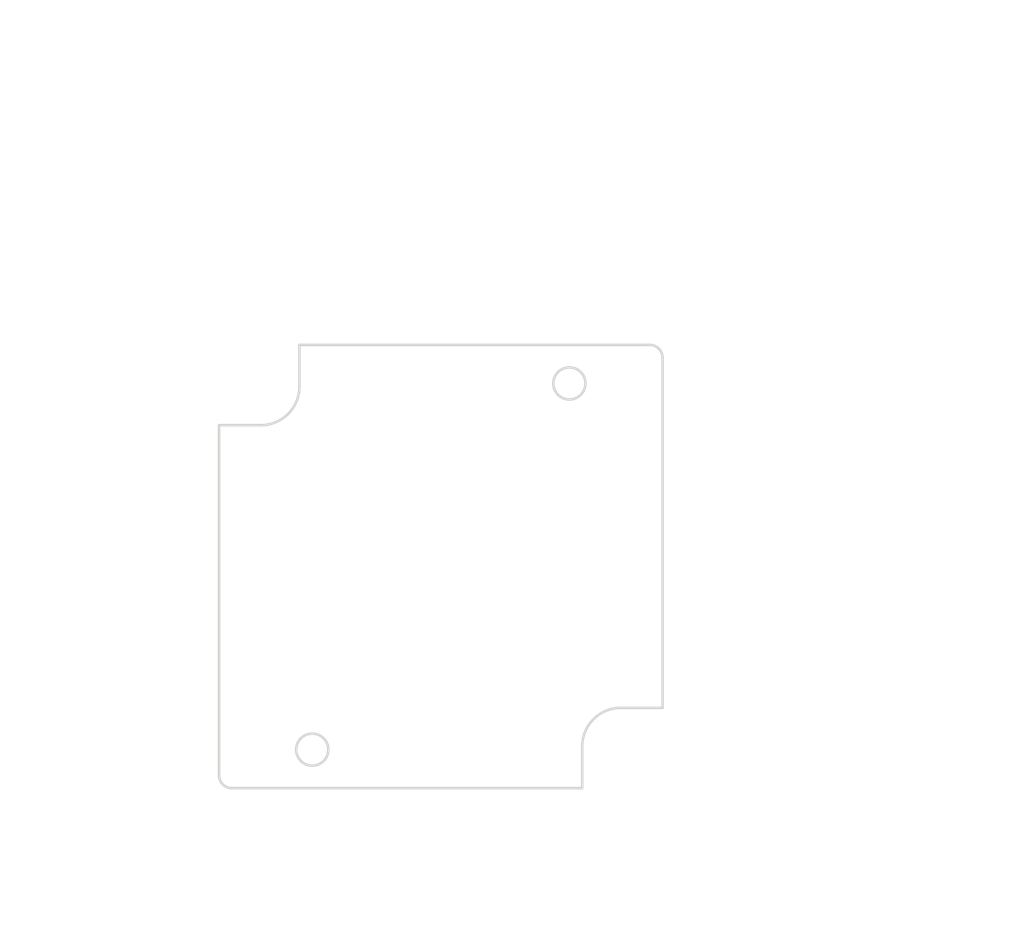
<source format=kicad_pcb>
(kicad_pcb (version 20221018) (generator pcbnew)

  (general
    (thickness 1.6)
  )

  (paper "A4")
  (layers
    (0 "F.Cu" signal)
    (31 "B.Cu" signal)
    (32 "B.Adhes" user "B.Adhesive")
    (33 "F.Adhes" user "F.Adhesive")
    (34 "B.Paste" user)
    (35 "F.Paste" user)
    (36 "B.SilkS" user "B.Silkscreen")
    (37 "F.SilkS" user "F.Silkscreen")
    (38 "B.Mask" user)
    (39 "F.Mask" user)
    (40 "Dwgs.User" user "User.Drawings")
    (41 "Cmts.User" user "User.Comments")
    (42 "Eco1.User" user "User.Eco1")
    (43 "Eco2.User" user "User.Eco2")
    (44 "Edge.Cuts" user)
    (45 "Margin" user)
    (46 "B.CrtYd" user "B.Courtyard")
    (47 "F.CrtYd" user "F.Courtyard")
    (48 "B.Fab" user)
    (49 "F.Fab" user)
  )

  (setup
    (pad_to_mask_clearance 0.051)
    (solder_mask_min_width 0.25)
    (pcbplotparams
      (layerselection 0x00010fc_ffffffff)
      (plot_on_all_layers_selection 0x0000000_00000000)
      (disableapertmacros false)
      (usegerberextensions false)
      (usegerberattributes false)
      (usegerberadvancedattributes false)
      (creategerberjobfile false)
      (dashed_line_dash_ratio 12.000000)
      (dashed_line_gap_ratio 3.000000)
      (svgprecision 4)
      (plotframeref false)
      (viasonmask false)
      (mode 1)
      (useauxorigin false)
      (hpglpennumber 1)
      (hpglpenspeed 20)
      (hpglpendiameter 15.000000)
      (dxfpolygonmode true)
      (dxfimperialunits true)
      (dxfusepcbnewfont true)
      (psnegative false)
      (psa4output false)
      (plotreference true)
      (plotvalue true)
      (plotinvisibletext false)
      (sketchpadsonfab false)
      (subtractmaskfromsilk false)
      (outputformat 1)
      (mirror false)
      (drillshape 1)
      (scaleselection 1)
      (outputdirectory "")
    )
  )

  (net 0 "")

  (gr_line (start 180.178546 111.400606) (end 180.178546 100.083041)
    (stroke (width 0.2) (type solid)) (layer "Dwgs.User") (tstamp 0afe28f5-4476-4d66-8f73-ba381dd69ffb))
  (gr_line (start 155.426012 128.376566) (end 148.041088 128.376566)
    (stroke (width 0.2) (type solid)) (layer "Dwgs.User") (tstamp 11f546d9-6487-40d9-8424-25d30093e794))
  (gr_line (start 164.676012 85.150606) (end 191.947876 85.150606)
    (stroke (width 0.2) (type solid)) (layer "Dwgs.User") (tstamp 266643b6-f171-45e1-8683-e7974505c8d2))
  (gr_line (start 162.676012 69.150606) (end 159.6049 69.150606)
    (stroke (width 0.2) (type solid)) (layer "Dwgs.User") (tstamp 28b314e6-3deb-4401-821a-f36620117245))
  (gr_line (start 130.176012 90.400606) (end 130.176012 58.407972)
    (stroke (width 0.2) (type solid)) (layer "Dwgs.User") (tstamp 2a1fea32-151a-4c03-b957-2258d233aaf9))
  (gr_line (start 157.426012 80.538986) (end 155.426012 80.538986)
    (stroke (width 0.2) (type solid)) (layer "Dwgs.User") (tstamp 2a2dd181-9aec-44f4-9b42-ed2451024afb))
  (gr_line (start 188.772876 87.150606) (end 188.772876 99.459651)
    (stroke (width 0.2) (type solid)) (layer "Dwgs.User") (tstamp 33652298-b4aa-448f-a1b7-3d8adf37115b))
  (gr_line (start 117.163471 90.150606) (end 117.163471 96.343171)
    (stroke (width 0.2) (type solid)) (layer "Dwgs.User") (tstamp 3d9c3a0d-8c9d-4667-a08d-26e079d114f2))
  (gr_line (start 139.074396 92.535308) (end 137.460572 91.353964)
    (stroke (width 0.2) (type solid)) (layer "Dwgs.User") (tstamp 3e8d2666-c9f8-45d2-9639-0c6ded56e37e))
  (gr_line (start 157.426012 87.150606) (end 157.426012 77.363986)
    (stroke (width 0.2) (type solid)) (layer "Dwgs.User") (tstamp 586254fb-3d8f-427d-b786-0ab4d689b16c))
  (gr_line (start 136.426012 84.150606) (end 136.426012 65.975606)
    (stroke (width 0.2) (type solid)) (layer "Dwgs.User") (tstamp 58f341e3-f3e9-4a9a-8892-51491406ba78))
  (gr_line (start 157.426012 89.150606) (end 157.426012 131.551566)
    (stroke (width 0.2) (type solid)) (layer "Dwgs.User") (tstamp 5c308aed-3525-4803-8a59-fc571c190b8a))
  (gr_line (start 164.676012 85.150606) (end 167.773935 85.150606)
    (stroke (width 0.2) (type solid)) (layer "Dwgs.User") (tstamp 60c53292-1df7-4549-8f2b-8c84576ca3a1))
  (gr_line (start 132.176012 61.582972) (end 145.698008 61.582972)
    (stroke (width 0.2) (type solid)) (layer "Dwgs.User") (tstamp 6223cf06-093b-4e26-9411-d32c9030daec))
  (gr_line (start 162.676012 61.582972) (end 153.787231 61.582972)
    (stroke (width 0.2) (type solid)) (layer "Dwgs.User") (tstamp 6acea9d5-d6bc-43b7-9435-6be65f0d75a2))
  (gr_line (start 164.676012 85.150606) (end 164.676012 65.975606)
    (stroke (width 0.2) (type solid)) (layer "Dwgs.User") (tstamp 6b51dacc-d7ac-4d09-8b79-666426446ccc))
  (gr_line (start 165.676012 113.400606) (end 183.353546 113.400606)
    (stroke (width 0.2) (type solid)) (layer "Dwgs.User") (tstamp 7297b3fb-232c-496a-ba33-170382dd4885))
  (gr_line (start 136.426012 116.650606) (end 113.988471 116.650606)
    (stroke (width 0.2) (type solid)) (layer "Dwgs.User") (tstamp 758e8346-1d34-4c27-a977-2617e5bb7b11))
  (gr_line (start 164.676012 85.150606) (end 164.676012 77.363986)
    (stroke (width 0.2) (type solid)) (layer "Dwgs.User") (tstamp 7707414d-c475-4b24-bfd1-066fda873d44))
  (gr_line (start 162.676012 80.538986) (end 159.426012 80.538986)
    (stroke (width 0.2) (type solid)) (layer "Dwgs.User") (tstamp 88e8f971-2b2b-4ab0-89e9-d9ddf72cd284))
  (gr_line (start 139.426012 128.376566) (end 139.951866 128.376566)
    (stroke (width 0.2) (type solid)) (layer "Dwgs.User") (tstamp 8fe4dcb6-5f88-435f-80e3-1d966259f577))
  (gr_line (start 123.879669 123.719473) (end 125.879669 123.719473)
    (stroke (width 0.2) (type solid)) (layer "Dwgs.User") (tstamp 9be35e53-cc2a-410f-baf9-79c6d19925f7))
  (gr_line (start 138.426012 69.150606) (end 151.497124 69.150606)
    (stroke (width 0.2) (type solid)) (layer "Dwgs.User") (tstamp ac3b30d2-ac0a-446a-a45a-ff61fe6d9650))
  (gr_line (start 158.426012 88.150606) (end 167.773935 88.150606)
    (stroke (width 0.2) (type solid)) (layer "Dwgs.User") (tstamp afd6b149-39cb-4a19-9706-eced4227515a))
  (gr_line (start 159.426012 119.650606) (end 191.947876 119.650606)
    (stroke (width 0.2) (type solid)) (layer "Dwgs.User") (tstamp b0585791-6112-4e63-95a2-8d3fe9c2152b))
  (gr_line (start 188.772876 117.650606) (end 188.772876 106.575682)
    (stroke (width 0.2) (type solid)) (layer "Dwgs.User") (tstamp b29378e9-4691-4a70-9774-4f162ac3e055))
  (gr_line (start 164.598935 77.178274) (end 166.598935 77.178274)
    (stroke (width 0.2) (type solid)) (layer "Dwgs.User") (tstamp c18520ff-bd6c-4a96-ac16-8b4a466fdc58))
  (gr_line (start 137.426012 117.650606) (end 137.426012 131.551566)
    (stroke (width 0.2) (type solid)) (layer "Dwgs.User") (tstamp cf551f2a-2831-4281-8540-c3fe1b817135))
  (gr_line (start 164.676012 85.150606) (end 164.676012 58.407972)
    (stroke (width 0.2) (type solid)) (layer "Dwgs.User") (tstamp d3283d36-aa87-46cc-9447-4873dbf37962))
  (gr_line (start 156.426012 88.150606) (end 113.988471 88.150606)
    (stroke (width 0.2) (type solid)) (layer "Dwgs.User") (tstamp d4878e8d-b9c1-49f8-96e2-1e9691fbda11))
  (gr_line (start 141.074396 92.535308) (end 139.074396 92.535308)
    (stroke (width 0.2) (type solid)) (layer "Dwgs.User") (tstamp d52083da-3d0a-4e7d-b1ca-2c47522cb084))
  (gr_line (start 164.676012 85.150606) (end 183.353546 85.150606)
    (stroke (width 0.2) (type solid)) (layer "Dwgs.User") (tstamp da281a08-39d9-4fd1-a702-9c6918090456))
  (gr_line (start 164.598935 83.150606) (end 164.598935 77.178274)
    (stroke (width 0.2) (type solid)) (layer "Dwgs.User") (tstamp e57567ff-46b5-4a18-9e22-b65ece293cb9))
  (gr_line (start 117.163471 114.650606) (end 117.163471 103.458041)
    (stroke (width 0.2) (type solid)) (layer "Dwgs.User") (tstamp e61ba717-f594-4ccd-9361-35133314efb8))
  (gr_line (start 125.879669 123.719473) (end 129.008659 120.724872)
    (stroke (width 0.2) (type solid)) (layer "Dwgs.User") (tstamp ecec1cf5-135c-4ffd-9324-27b11987ce0a))
  (gr_line (start 180.178546 87.150606) (end 180.178546 92.968171)
    (stroke (width 0.2) (type solid)) (layer "Dwgs.User") (tstamp ffcdc88b-195f-4728-a473-a90f85f2c596))
  (gr_line (start 136.426012 85.150606) (end 163.676012 85.150606)
    (stroke (width 0.2) (type solid)) (layer "Edge.Cuts") (tstamp 12ca3b8e-d170-4593-bab9-922b21d30156))
  (gr_line (start 158.426012 119.650606) (end 131.176012 119.650606)
    (stroke (width 0.2) (type solid)) (layer "Edge.Cuts") (tstamp 181ef1d4-71c6-4af1-9619-3f8d70fa4ff6))
  (gr_line (start 164.676012 86.150606) (end 164.676012 113.400606)
    (stroke (width 0.2) (type solid)) (layer "Edge.Cuts") (tstamp 195243b2-9011-46ce-8247-6346c2d3163b))
  (gr_circle (center 137.426012 116.650606) (end 138.676012 116.650606)
    (stroke (width 0.2) (type solid)) (fill none) (layer "Edge.Cuts") (tstamp 27b6ee23-8b8a-44e7-84db-052cd231f8db))
  (gr_arc (start 158.426012 116.400606) (mid 159.304692 114.279286) (end 161.426012 113.400606)
    (stroke (width 0.2) (type solid)) (layer "Edge.Cuts") (tstamp 2bda8e60-730d-43d9-8cb5-096d07c92a87))
  (gr_line (start 130.176012 91.400606) (end 133.426012 91.400606)
    (stroke (width 0.2) (type solid)) (layer "Edge.Cuts") (tstamp 3c3f9efb-aeaf-4e2f-89ea-0a701ed97b83))
  (gr_line (start 164.676012 113.400606) (end 161.426012 113.400606)
    (stroke (width 0.2) (type solid)) (layer "Edge.Cuts") (tstamp 44c474ba-da4a-4acf-9193-66a72a02a07c))
  (gr_line (start 136.426012 88.400606) (end 136.426012 85.150606)
    (stroke (width 0.2) (type solid)) (layer "Edge.Cuts") (tstamp 46f1ac5a-703c-4c48-aa08-3d78be295c08))
  (gr_arc (start 136.426012 88.400606) (mid 135.547332 90.521926) (end 133.426012 91.400606)
    (stroke (width 0.2) (type solid)) (layer "Edge.Cuts") (tstamp 6771810d-694e-42c6-a809-5076f70db00b))
  (gr_line (start 130.176012 118.650606) (end 130.176012 91.400606)
    (stroke (width 0.2) (type solid)) (layer "Edge.Cuts") (tstamp 70df4f1d-b12a-4b25-8ced-0e8dc087438c))
  (gr_circle (center 157.426012 88.150606) (end 158.676012 88.150606)
    (stroke (width 0.2) (type solid)) (fill none) (layer "Edge.Cuts") (tstamp b7b08494-0552-497d-8b18-5b5cfb4d644c))
  (gr_arc (start 163.676012 85.150606) (mid 164.383119 85.443499) (end 164.676012 86.150606)
    (stroke (width 0.2) (type solid)) (layer "Edge.Cuts") (tstamp bc431f5f-2f1d-40b8-956c-d9d612bc3614))
  (gr_line (start 158.426012 116.400606) (end 158.426012 119.650606)
    (stroke (width 0.2) (type solid)) (layer "Edge.Cuts") (tstamp e5a50066-6e8f-4415-97a3-103fd7f7daa5))
  (gr_arc (start 131.176012 119.650606) (mid 130.468905 119.357713) (end 130.176012 118.650606)
    (stroke (width 0.2) (type solid)) (layer "Edge.Cuts") (tstamp eb176670-a086-46cb-840d-0e3e04c7e066))
  (gr_text "[.79]" (at 143.996477 130.266027) (layer "Dwgs.User") (tstamp 22f728d6-745e-46d9-bfde-082e574cd6ee)
    (effects (font (size 1.7 1.53) (thickness 0.2125)))
  )
  (gr_text "[R0.04]" (at 119.408898 125.608934) (layer "Dwgs.User") (tstamp 302c9145-d16d-4841-a008-12510fab680e)
    (effects (font (size 1.7 1.53) (thickness 0.2125)))
  )
  (gr_text " 3.00" (at 169.983144 75.50972) (layer "Dwgs.User") (tstamp 31bd6f3a-8471-4a3d-98ae-84fcafd7d227)
    (effects (font (size 1.7 1.53) (thickness 0.2125)))
  )
  (gr_text "[.12]" (at 169.983144 79.067735) (layer "Dwgs.User") (tstamp 3b9c3a93-748d-4109-b791-0a6ac49ebee6)
    (effects (font (size 1.7 1.53) (thickness 0.2125)))
  )
  (gr_text "[1.36]" (at 149.742619 63.472433) (layer "Dwgs.User") (tstamp 3d023ac4-560c-4936-a8b7-55bd5ceab2f2)
    (effects (font (size 1.7 1.53) (thickness 0.2125)))
  )
  (gr_text " 20.00" (at 143.996477 126.708592) (layer "Dwgs.User") (tstamp 410b029e-0e3a-4317-a829-63bc1a6e92f2)
    (effects (font (size 1.7 1.53) (thickness 0.2125)))
  )
  (gr_text "[1.11]" (at 155.551012 71.040067) (layer "Dwgs.User") (tstamp 467d0c91-b54d-4613-996e-e68ab2744f00)
    (effects (font (size 1.7 1.53) (thickness 0.2125)))
  )
  (gr_text " 28.25" (at 155.551012 67.482632) (layer "Dwgs.User") (tstamp 5176d74b-9f9d-43d0-bdfc-925df40f8a98)
    (effects (font (size 1.7 1.53) (thickness 0.2125)))
  )
  (gr_text "[1.12]" (at 117.163471 101.790067) (layer "Dwgs.User") (tstamp 66255042-963e-402f-9439-819d9a5c1efe)
    (effects (font (size 1.7 1.53) (thickness 0.2125)))
  )
  (gr_text "[1.11]" (at 180.178546 98.415067) (layer "Dwgs.User") (tstamp 66f8de21-148a-4307-b150-560b4c847b00)
    (effects (font (size 1.7 1.53) (thickness 0.2125)))
  )
  (gr_text "[R0.12]" (at 145.545167 94.424769) (layer "Dwgs.User") (tstamp 6df9ad88-5ddb-4f62-bf29-8275fe3b6d51)
    (effects (font (size 1.7 1.53) (thickness 0.2125)))
  )
  (gr_text " 7.25" (at 152.032526 78.871012) (layer "Dwgs.User") (tstamp 89058b23-715d-445b-90b2-12682906231b)
    (effects (font (size 1.7 1.53) (thickness 0.2125)))
  )
  (gr_text "[1.36]" (at 188.772876 104.907128) (layer "Dwgs.User") (tstamp 94eb75ad-47c7-479d-b76b-846bd7913589)
    (effects (font (size 1.7 1.53) (thickness 0.2125)))
  )
  (gr_text "[.29]" (at 152.032526 82.428448) (layer "Dwgs.User") (tstamp b54423b0-8682-4ab9-a835-564dcf473bad)
    (effects (font (size 1.7 1.53) (thickness 0.2125)))
  )
  (gr_text " 34.50" (at 188.772876 101.349113) (layer "Dwgs.User") (tstamp cb078476-e9a1-42f6-a9f3-7ca6f3e6cd0c)
    (effects (font (size 1.7 1.53) (thickness 0.2125)))
  )
  (gr_text " R1.00" (at 119.408898 122.051499) (layer "Dwgs.User") (tstamp ce227621-f0d3-4f72-ae38-f1cf99c477db)
    (effects (font (size 1.7 1.53) (thickness 0.2125)))
  )
  (gr_text " 28.50" (at 117.163471 98.232632) (layer "Dwgs.User") (tstamp d3ec7c64-b483-41dd-a7ab-e41729bd44f7)
    (effects (font (size 1.7 1.53) (thickness 0.2125)))
  )
  (gr_text " R3.00" (at 145.545167 90.866754) (layer "Dwgs.User") (tstamp ecdd89f6-9cce-44d3-bd62-97db0a245a95)
    (effects (font (size 1.7 1.53) (thickness 0.2125)))
  )
  (gr_text " 28.25" (at 180.178546 94.857632) (layer "Dwgs.User") (tstamp f3037f1b-ec7d-4313-bf27-f859f5b95d6e)
    (effects (font (size 1.7 1.53) (thickness 0.2125)))
  )
  (gr_text " 34.50" (at 149.742619 59.914418) (layer "Dwgs.User") (tstamp fd425d1e-3666-4cba-ab23-5ab245b499e7)
    (effects (font (size 1.7 1.53) (thickness 0.2125)))
  )

)

</source>
